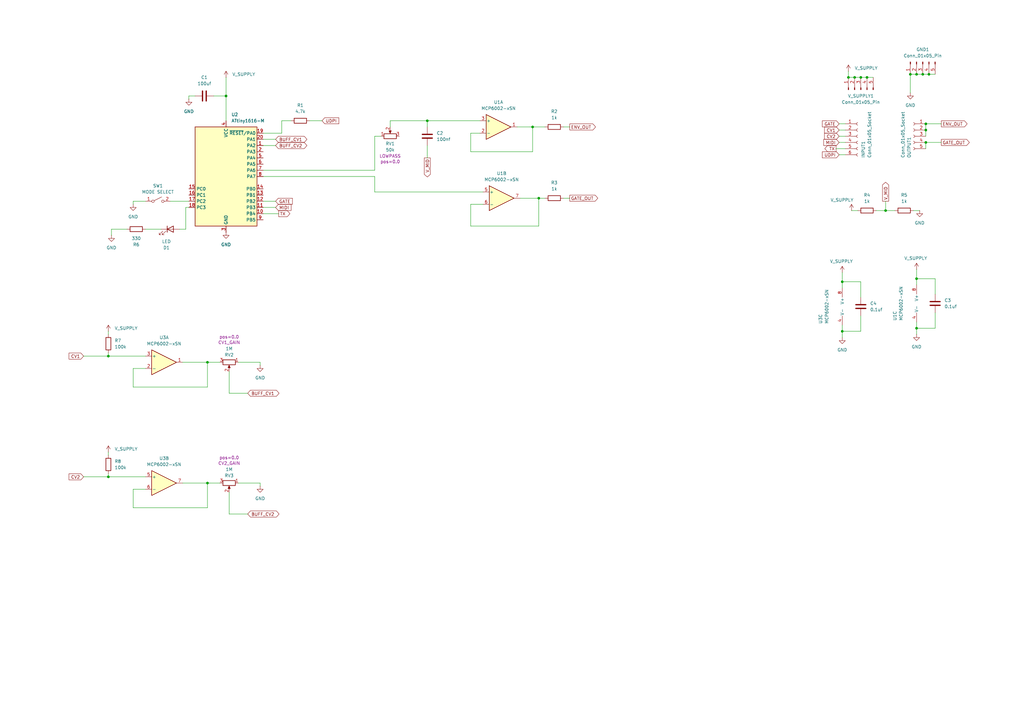
<source format=kicad_sch>
(kicad_sch (version 20231120) (generator "eeschema") (generator_version "8.0")
  (paper "A3")
  (lib_symbols
    (symbol "Amplifier_Operational:MCP6002-xSN" (pin_names (offset 0.127))
      (property "Reference" "U" (at 0 5.08 0))
      (property "Value" "MCP6002-xSN" (at 0 -5.08 0))
      (symbol "MCP6002-xSN_1_1"
        (polyline (pts (xy -5.08 5.08) (xy 5.08 0) (xy -5.08 -5.08) (xy -5.08 5.08)) (stroke (width 0.254)) (fill (type background)))
        (pin output line (at 7.62 0 180) (length 2.54) (name "~") (number "1"))
        (pin input line (at -7.62 -2.54 0) (length 2.54) (name "-") (number "2"))
        (pin input line (at -7.62 2.54 0) (length 2.54) (name "+") (number "3"))
      )
      (symbol "MCP6002-xSN_2_1"
        (polyline (pts (xy -5.08 5.08) (xy 5.08 0) (xy -5.08 -5.08) (xy -5.08 5.08)) (stroke (width 0.254)) (fill (type background)))
        (pin input line (at -7.62 2.54 0) (length 2.54) (name "+") (number "5"))
        (pin input line (at -7.62 -2.54 0) (length 2.54) (name "-") (number "6"))
        (pin output line (at 7.62 0 180) (length 2.54) (name "~") (number "7"))
      )
      (symbol "MCP6002-xSN_3_1"
        (pin power_in line (at -2.54 -7.62 90) (length 3.81) (name "V-") (number "4"))
        (pin power_in line (at -2.54 7.62 270) (length 3.81) (name "V+") (number "8"))
      )
    )
    (symbol "Connector:Conn_01x05_Pin" (pin_names (offset 1.016) hide)
      (property "Reference" "J" (at 0 7.62 0))
      (property "Value" "Conn_01x05_Pin" (at 0 -7.62 0))
      (symbol "Conn_01x05_Pin_1_1"
        (polyline (pts (xy 1.27 -5.08) (xy 0.8636 -5.08)) (stroke (width 0.1524)))
        (polyline (pts (xy 1.27 -2.54) (xy 0.8636 -2.54)) (stroke (width 0.1524)))
        (polyline (pts (xy 1.27 0) (xy 0.8636 0)) (stroke (width 0.1524)))
        (polyline (pts (xy 1.27 2.54) (xy 0.8636 2.54)) (stroke (width 0.1524)))
        (polyline (pts (xy 1.27 5.08) (xy 0.8636 5.08)) (stroke (width 0.1524)))
        (rectangle (start 0.8636 -4.953) (end 0 -5.207) (stroke (width 0.1524)) (fill (type outline)))
        (rectangle (start 0.8636 -2.413) (end 0 -2.667) (stroke (width 0.1524)) (fill (type outline)))
        (rectangle (start 0.8636 0.127) (end 0 -0.127) (stroke (width 0.1524)) (fill (type outline)))
        (rectangle (start 0.8636 2.667) (end 0 2.413) (stroke (width 0.1524)) (fill (type outline)))
        (rectangle (start 0.8636 5.207) (end 0 4.953) (stroke (width 0.1524)) (fill (type outline)))
        (pin passive line (at 5.08 5.08 180) (length 3.81) (name "Pin_1") (number "1"))
        (pin passive line (at 5.08 2.54 180) (length 3.81) (name "Pin_2") (number "2"))
        (pin passive line (at 5.08 0 180) (length 3.81) (name "Pin_3") (number "3"))
        (pin passive line (at 5.08 -2.54 180) (length 3.81) (name "Pin_4") (number "4"))
        (pin passive line (at 5.08 -5.08 180) (length 3.81) (name "Pin_5") (number "5"))
      )
    )
    (symbol "Connector:Conn_01x05_Socket" (pin_names (offset 1.016) hide)
      (property "Reference" "J" (at 0 7.62 0))
      (property "Value" "Conn_01x05_Socket" (at 0 -7.62 0))
      (symbol "Conn_01x05_Socket_1_1"
        (arc (start 0 -4.572) (mid -0.5058 -5.08) (end 0 -5.588) (stroke (width 0.1524)))
        (arc (start 0 -2.032) (mid -0.5058 -2.54) (end 0 -3.048) (stroke (width 0.1524)))
        (polyline (pts (xy -1.27 -5.08) (xy -0.508 -5.08)) (stroke (width 0.1524)))
        (polyline (pts (xy -1.27 -2.54) (xy -0.508 -2.54)) (stroke (width 0.1524)))
        (polyline (pts (xy -1.27 0) (xy -0.508 0)) (stroke (width 0.1524)))
        (polyline (pts (xy -1.27 2.54) (xy -0.508 2.54)) (stroke (width 0.1524)))
        (polyline (pts (xy -1.27 5.08) (xy -0.508 5.08)) (stroke (width 0.1524)))
        (arc (start 0 0.508) (mid -0.5058 0) (end 0 -0.508) (stroke (width 0.1524)))
        (arc (start 0 3.048) (mid -0.5058 2.54) (end 0 2.032) (stroke (width 0.1524)))
        (arc (start 0 5.588) (mid -0.5058 5.08) (end 0 4.572) (stroke (width 0.1524)))
        (pin passive line (at -5.08 5.08 0) (length 3.81) (name "Pin_1") (number "1"))
        (pin passive line (at -5.08 2.54 0) (length 3.81) (name "Pin_2") (number "2"))
        (pin passive line (at -5.08 0 0) (length 3.81) (name "Pin_3") (number "3"))
        (pin passive line (at -5.08 -2.54 0) (length 3.81) (name "Pin_4") (number "4"))
        (pin passive line (at -5.08 -5.08 0) (length 3.81) (name "Pin_5") (number "5"))
      )
    )
    (symbol "Connector:Conn_01x06_Socket" (pin_names (offset 1.016) hide)
      (property "Reference" "J" (at 0 7.62 0))
      (property "Value" "Conn_01x06_Socket" (at 0 -10.16 0))
      (symbol "Conn_01x06_Socket_1_1"
        (arc (start 0 -7.112) (mid -0.5058 -7.62) (end 0 -8.128) (stroke (width 0.1524)))
        (arc (start 0 -4.572) (mid -0.5058 -5.08) (end 0 -5.588) (stroke (width 0.1524)))
        (arc (start 0 -2.032) (mid -0.5058 -2.54) (end 0 -3.048) (stroke (width 0.1524)))
        (polyline (pts (xy -1.27 -7.62) (xy -0.508 -7.62)) (stroke (width 0.1524)))
        (polyline (pts (xy -1.27 -5.08) (xy -0.508 -5.08)) (stroke (width 0.1524)))
        (polyline (pts (xy -1.27 -2.54) (xy -0.508 -2.54)) (stroke (width 0.1524)))
        (polyline (pts (xy -1.27 0) (xy -0.508 0)) (stroke (width 0.1524)))
        (polyline (pts (xy -1.27 2.54) (xy -0.508 2.54)) (stroke (width 0.1524)))
        (polyline (pts (xy -1.27 5.08) (xy -0.508 5.08)) (stroke (width 0.1524)))
        (arc (start 0 0.508) (mid -0.5058 0) (end 0 -0.508) (stroke (width 0.1524)))
        (arc (start 0 3.048) (mid -0.5058 2.54) (end 0 2.032) (stroke (width 0.1524)))
        (arc (start 0 5.588) (mid -0.5058 5.08) (end 0 4.572) (stroke (width 0.1524)))
        (pin passive line (at -5.08 5.08 0) (length 3.81) (name "Pin_1") (number "1"))
        (pin passive line (at -5.08 2.54 0) (length 3.81) (name "Pin_2") (number "2"))
        (pin passive line (at -5.08 0 0) (length 3.81) (name "Pin_3") (number "3"))
        (pin passive line (at -5.08 -2.54 0) (length 3.81) (name "Pin_4") (number "4"))
        (pin passive line (at -5.08 -5.08 0) (length 3.81) (name "Pin_5") (number "5"))
        (pin passive line (at -5.08 -7.62 0) (length 3.81) (name "Pin_6") (number "6"))
      )
    )
    (symbol "Device:C" (pin_numbers hide) (pin_names (offset 0.254))
      (property "Reference" "C" (at 0.635 2.54 0))
      (property "Value" "C" (at 0.635 -2.54 0))
      (symbol "C_0_1"
        (polyline (pts (xy -2.032 -0.762) (xy 2.032 -0.762)) (stroke (width 0.508)))
        (polyline (pts (xy -2.032 0.762) (xy 2.032 0.762)) (stroke (width 0.508)))
      )
      (symbol "C_1_1"
        (pin passive line (at 0 3.81 270) (length 2.794) (name "~") (number "1"))
        (pin passive line (at 0 -3.81 90) (length 2.794) (name "~") (number "2"))
      )
    )
    (symbol "Device:LED" (pin_numbers hide) (pin_names (offset 1.016) hide)
      (property "Reference" "D" (at 0 2.54 0))
      (property "Value" "LED" (at 0 -2.54 0))
      (symbol "LED_0_1"
        (polyline (pts (xy -1.27 -1.27) (xy -1.27 1.27)) (stroke (width 0.254)))
        (polyline (pts (xy -1.27 0) (xy 1.27 0)))
        (polyline (pts (xy 1.27 -1.27) (xy 1.27 1.27) (xy -1.27 0) (xy 1.27 -1.27)) (stroke (width 0.254)))
        (polyline (pts (xy -3.048 -0.762) (xy -4.572 -2.286) (xy -3.81 -2.286) (xy -4.572 -2.286) (xy -4.572 -1.524)))
        (polyline (pts (xy -1.778 -0.762) (xy -3.302 -2.286) (xy -2.54 -2.286) (xy -3.302 -2.286) (xy -3.302 -1.524)))
      )
      (symbol "LED_1_1"
        (pin passive line (at -3.81 0 0) (length 2.54) (name "K") (number "1"))
        (pin passive line (at 3.81 0 180) (length 2.54) (name "A") (number "2"))
      )
    )
    (symbol "Device:R" (pin_numbers hide) (pin_names (offset 0))
      (property "Reference" "R" (at 2.032 0 90))
      (property "Value" "R" (at 0 0 90))
      (symbol "R_0_1"
        (rectangle (start -1.016 -2.54) (end 1.016 2.54) (stroke (width 0.254)))
      )
      (symbol "R_1_1"
        (pin passive line (at 0 3.81 270) (length 1.27) (name "~") (number "1"))
        (pin passive line (at 0 -3.81 90) (length 1.27) (name "~") (number "2"))
      )
    )
    (symbol "Device:R_Potentiometer" (pin_names (offset 1.016) hide)
      (property "Reference" "RV" (at -4.445 0 90))
      (property "Value" "R_Potentiometer" (at -2.54 0 90))
      (symbol "R_Potentiometer_0_1"
        (polyline (pts (xy 2.54 0) (xy 1.524 0)))
        (polyline (pts (xy 1.143 0) (xy 2.286 0.508) (xy 2.286 -0.508) (xy 1.143 0)) (fill (type outline)))
        (rectangle (start 1.016 2.54) (end -1.016 -2.54) (stroke (width 0.254)))
      )
      (symbol "R_Potentiometer_1_1"
        (pin passive line (at 0 3.81 270) (length 1.27) (name "1") (number "1"))
        (pin passive line (at 3.81 0 180) (length 1.27) (name "2") (number "2"))
        (pin passive line (at 0 -3.81 90) (length 1.27) (name "3") (number "3"))
      )
    )
    (symbol "MCU_Microchip_ATtiny:ATtiny1616-M"
      (property "Reference" "U" (at -12.7 21.59 0))
      (property "Value" "ATtiny1616-M" (at 2.54 -21.59 0))
      (symbol "ATtiny1616-M_0_1"
        (rectangle (start -12.7 -20.32) (end 12.7 20.32) (stroke (width 0.254)) (fill (type background)))
      )
      (symbol "ATtiny1616-M_1_1"
        (pin bidirectional line (at 15.24 12.7 180) (length 2.54) (name "PA2") (number "1"))
        (pin bidirectional line (at 15.24 -15.24 180) (length 2.54) (name "PB4") (number "10"))
        (pin bidirectional line (at 15.24 -12.7 180) (length 2.54) (name "PB3") (number "11"))
        (pin bidirectional line (at 15.24 -10.16 180) (length 2.54) (name "PB2") (number "12"))
        (pin bidirectional line (at 15.24 -7.62 180) (length 2.54) (name "PB1") (number "13"))
        (pin bidirectional line (at 15.24 -5.08 180) (length 2.54) (name "PB0") (number "14"))
        (pin bidirectional line (at -15.24 -5.08 0) (length 2.54) (name "PC0") (number "15"))
        (pin bidirectional line (at -15.24 -7.62 0) (length 2.54) (name "PC1") (number "16"))
        (pin bidirectional line (at -15.24 -10.16 0) (length 2.54) (name "PC2") (number "17"))
        (pin bidirectional line (at -15.24 -12.7 0) (length 2.54) (name "PC3") (number "18"))
        (pin bidirectional line (at 15.24 17.78 180) (length 2.54) (name "~{RESET}/PA0") (number "19"))
        (pin bidirectional line (at 15.24 10.16 180) (length 2.54) (name "PA3") (number "2"))
        (pin bidirectional line (at 15.24 15.24 180) (length 2.54) (name "PA1") (number "20"))
        (pin passive line (at 0 -22.86 90) (length 2.54) hide (name "GND") (number "21"))
        (pin power_in line (at 0 -22.86 90) (length 2.54) (name "GND") (number "3"))
        (pin power_in line (at 0 22.86 270) (length 2.54) (name "VCC") (number "4"))
        (pin bidirectional line (at 15.24 7.62 180) (length 2.54) (name "PA4") (number "5"))
        (pin bidirectional line (at 15.24 5.08 180) (length 2.54) (name "PA5") (number "6"))
        (pin bidirectional line (at 15.24 2.54 180) (length 2.54) (name "PA6") (number "7"))
        (pin bidirectional line (at 15.24 0 180) (length 2.54) (name "PA7") (number "8"))
        (pin bidirectional line (at 15.24 -17.78 180) (length 2.54) (name "PB5") (number "9"))
      )
    )
    (symbol "Switch:SW_SPST" (pin_names (offset 0) hide)
      (property "Reference" "SW" (at 0 3.175 0))
      (property "Value" "SW_SPST" (at 0 -2.54 0))
      (symbol "SW_SPST_0_0"
        (circle (center -2.032 0) (radius 0.508))
        (polyline (pts (xy -1.524 0.254) (xy 1.524 1.778)))
        (circle (center 2.032 0) (radius 0.508))
      )
      (symbol "SW_SPST_1_1"
        (pin passive line (at -5.08 0 0) (length 2.54) (name "A") (number "1"))
        (pin passive line (at 5.08 0 180) (length 2.54) (name "B") (number "2"))
      )
    )
    (symbol "power:+5V" (power) (pin_numbers hide) (pin_names (offset 0) hide)
      (property "Value" "+5V" (at 0 3.556 0))
      (symbol "+5V_0_1"
        (polyline (pts (xy -0.762 1.27) (xy 0 2.54)))
        (polyline (pts (xy 0 0) (xy 0 2.54)))
        (polyline (pts (xy 0 2.54) (xy 0.762 1.27)))
      )
      (symbol "+5V_1_1"
        (pin power_in line (at 0 0 90) (length 0) (name "~") (number "1"))
      )
    )
    (symbol "power:GND" (power) (pin_numbers hide) (pin_names (offset 0) hide)
      (property "Value" "GND" (at 0 -3.81 0))
      (symbol "GND_0_1"
        (polyline (pts (xy 0 0) (xy 0 -1.27) (xy 1.27 -1.27) (xy 0 -2.54) (xy -1.27 -1.27) (xy 0 -1.27)))
      )
      (symbol "GND_1_1"
        (pin power_in line (at 0 0 270) (length 0) (name "~") (number "1"))
      )
    )
  )
  (junction (at 175.26 49.53))
  (junction (at 350.52 31.75))
  (junction (at 85.09 148.59))
  (junction (at 345.44 115.57))
  (junction (at 375.92 30.48))
  (junction (at 375.92 114.3))
  (junction (at 347.98 31.75))
  (junction (at 379.73 53.34))
  (junction (at 355.6 31.75))
  (junction (at 381 30.48))
  (junction (at 363.22 86.36))
  (junction (at 379.73 58.42))
  (junction (at 378.46 30.48))
  (junction (at 375.92 134.62))
  (junction (at 85.09 198.12))
  (junction (at 44.45 146.05))
  (junction (at 218.44 52.07))
  (junction (at 353.06 31.75))
  (junction (at 345.44 135.89))
  (junction (at 44.45 195.58))
  (junction (at 220.98 81.28))
  (junction (at 373.38 30.48))
  (junction (at 379.73 50.8))
  (junction (at 92.71 39.37))
  (wire (pts (xy 107.95 82.55) (xy 113.03 82.55)))
  (wire (pts (xy 379.73 53.34) (xy 379.73 55.88)))
  (wire (pts (xy 107.95 72.39) (xy 153.67 72.39)))
  (wire (pts (xy 93.98 152.4) (xy 93.98 161.29)))
  (wire (pts (xy 85.09 148.59) (xy 90.17 148.59)))
  (wire (pts (xy 77.47 39.37) (xy 77.47 40.64)))
  (wire (pts (xy 383.54 134.62) (xy 375.92 134.62)))
  (wire (pts (xy 375.92 110.49) (xy 375.92 114.3)))
  (wire (pts (xy 383.54 114.3) (xy 375.92 114.3)))
  (wire (pts (xy 54.61 200.66) (xy 59.69 200.66)))
  (wire (pts (xy 44.45 195.58) (xy 59.69 195.58)))
  (wire (pts (xy 69.85 82.55) (xy 77.47 82.55)))
  (wire (pts (xy 193.04 83.82) (xy 198.12 83.82)))
  (wire (pts (xy 193.04 54.61) (xy 196.85 54.61)))
  (wire (pts (xy 342.9 60.96) (xy 346.71 60.96)))
  (wire (pts (xy 355.6 31.75) (xy 358.14 31.75)))
  (wire (pts (xy 212.09 52.07) (xy 218.44 52.07)))
  (wire (pts (xy 353.06 129.54) (xy 353.06 135.89)))
  (wire (pts (xy 76.2 85.09) (xy 77.47 85.09)))
  (wire (pts (xy 73.66 93.98) (xy 76.2 93.98)))
  (wire (pts (xy 220.98 92.71) (xy 193.04 92.71)))
  (wire (pts (xy 54.61 208.28) (xy 54.61 200.66)))
  (wire (pts (xy 44.45 135.89) (xy 44.45 137.16)))
  (wire (pts (xy 115.57 49.53) (xy 115.57 54.61)))
  (wire (pts (xy 347.98 31.75) (xy 350.52 31.75)))
  (wire (pts (xy 193.04 92.71) (xy 193.04 83.82)))
  (wire (pts (xy 132.08 49.53) (xy 127 49.53)))
  (wire (pts (xy 106.68 149.86) (xy 106.68 148.59)))
  (wire (pts (xy 383.54 128.27) (xy 383.54 134.62)))
  (wire (pts (xy 223.52 81.28) (xy 220.98 81.28)))
  (wire (pts (xy 93.98 161.29) (xy 101.6 161.29)))
  (wire (pts (xy 85.09 198.12) (xy 90.17 198.12)))
  (wire (pts (xy 45.72 93.98) (xy 45.72 96.52)))
  (wire (pts (xy 218.44 52.07) (xy 223.52 52.07)))
  (wire (pts (xy 344.17 63.5) (xy 346.71 63.5)))
  (wire (pts (xy 115.57 54.61) (xy 107.95 54.61)))
  (wire (pts (xy 107.95 85.09) (xy 113.03 85.09)))
  (wire (pts (xy 381 30.48) (xy 383.54 30.48)))
  (wire (pts (xy 345.44 111.76) (xy 345.44 115.57)))
  (wire (pts (xy 363.22 82.55) (xy 363.22 86.36)))
  (wire (pts (xy 363.22 86.36) (xy 367.03 86.36)))
  (wire (pts (xy 34.29 195.58) (xy 44.45 195.58)))
  (wire (pts (xy 353.06 135.89) (xy 345.44 135.89)))
  (wire (pts (xy 153.67 69.85) (xy 107.95 69.85)))
  (wire (pts (xy 344.17 55.88) (xy 346.71 55.88)))
  (wire (pts (xy 66.04 93.98) (xy 59.69 93.98)))
  (wire (pts (xy 92.71 39.37) (xy 92.71 49.53)))
  (wire (pts (xy 353.06 31.75) (xy 355.6 31.75)))
  (wire (pts (xy 107.95 57.15) (xy 113.03 57.15)))
  (wire (pts (xy 373.38 30.48) (xy 375.92 30.48)))
  (wire (pts (xy 231.14 52.07) (xy 233.68 52.07)))
  (wire (pts (xy 377.19 86.36) (xy 374.65 86.36)))
  (wire (pts (xy 93.98 210.82) (xy 101.6 210.82)))
  (wire (pts (xy 213.36 81.28) (xy 220.98 81.28)))
  (wire (pts (xy 373.38 30.48) (xy 373.38 38.1)))
  (wire (pts (xy 349.25 86.36) (xy 351.79 86.36)))
  (wire (pts (xy 44.45 146.05) (xy 59.69 146.05)))
  (wire (pts (xy 353.06 121.92) (xy 353.06 115.57)))
  (wire (pts (xy 347.98 31.75) (xy 347.98 29.21)))
  (wire (pts (xy 153.67 55.88) (xy 156.21 55.88)))
  (wire (pts (xy 85.09 148.59) (xy 85.09 158.75)))
  (wire (pts (xy 175.26 59.69) (xy 175.26 64.77)))
  (wire (pts (xy 383.54 120.65) (xy 383.54 114.3)))
  (wire (pts (xy 106.68 199.39) (xy 106.68 198.12)))
  (wire (pts (xy 74.93 198.12) (xy 85.09 198.12)))
  (wire (pts (xy 231.14 81.28) (xy 233.68 81.28)))
  (wire (pts (xy 220.98 81.28) (xy 220.98 92.71)))
  (wire (pts (xy 375.92 134.62) (xy 375.92 132.08)))
  (wire (pts (xy 378.46 30.48) (xy 381 30.48)))
  (wire (pts (xy 175.26 49.53) (xy 175.26 52.07)))
  (wire (pts (xy 344.17 50.8) (xy 346.71 50.8)))
  (wire (pts (xy 74.93 148.59) (xy 85.09 148.59)))
  (wire (pts (xy 160.02 49.53) (xy 175.26 49.53)))
  (wire (pts (xy 97.79 198.12) (xy 106.68 198.12)))
  (wire (pts (xy 375.92 137.16) (xy 375.92 134.62)))
  (wire (pts (xy 107.95 87.63) (xy 114.3 87.63)))
  (wire (pts (xy 85.09 198.12) (xy 85.09 208.28)))
  (wire (pts (xy 54.61 158.75) (xy 54.61 151.13)))
  (wire (pts (xy 153.67 72.39) (xy 153.67 78.74)))
  (wire (pts (xy 375.92 114.3) (xy 375.92 116.84)))
  (wire (pts (xy 92.71 31.75) (xy 92.71 39.37)))
  (wire (pts (xy 379.73 58.42) (xy 379.73 60.96)))
  (wire (pts (xy 80.01 39.37) (xy 77.47 39.37)))
  (wire (pts (xy 87.63 39.37) (xy 92.71 39.37)))
  (wire (pts (xy 193.04 62.23) (xy 193.04 54.61)))
  (wire (pts (xy 76.2 93.98) (xy 76.2 85.09)))
  (wire (pts (xy 353.06 115.57) (xy 345.44 115.57)))
  (wire (pts (xy 44.45 194.31) (xy 44.45 195.58)))
  (wire (pts (xy 85.09 158.75) (xy 54.61 158.75)))
  (wire (pts (xy 345.44 135.89) (xy 345.44 133.35)))
  (wire (pts (xy 350.52 31.75) (xy 353.06 31.75)))
  (wire (pts (xy 379.73 58.42) (xy 386.08 58.42)))
  (wire (pts (xy 153.67 78.74) (xy 198.12 78.74)))
  (wire (pts (xy 52.07 93.98) (xy 45.72 93.98)))
  (wire (pts (xy 44.45 144.78) (xy 44.45 146.05)))
  (wire (pts (xy 59.69 82.55) (xy 54.61 82.55)))
  (wire (pts (xy 359.41 86.36) (xy 363.22 86.36)))
  (wire (pts (xy 218.44 62.23) (xy 193.04 62.23)))
  (wire (pts (xy 54.61 151.13) (xy 59.69 151.13)))
  (wire (pts (xy 345.44 115.57) (xy 345.44 118.11)))
  (wire (pts (xy 93.98 201.93) (xy 93.98 210.82)))
  (wire (pts (xy 344.17 53.34) (xy 346.71 53.34)))
  (wire (pts (xy 379.73 50.8) (xy 379.73 53.34)))
  (wire (pts (xy 44.45 185.42) (xy 44.45 186.69)))
  (wire (pts (xy 218.44 52.07) (xy 218.44 62.23)))
  (wire (pts (xy 54.61 82.55) (xy 54.61 83.82)))
  (wire (pts (xy 153.67 55.88) (xy 153.67 69.85)))
  (wire (pts (xy 34.29 146.05) (xy 44.45 146.05)))
  (wire (pts (xy 175.26 49.53) (xy 196.85 49.53)))
  (wire (pts (xy 97.79 148.59) (xy 106.68 148.59)))
  (wire (pts (xy 379.73 50.8) (xy 386.08 50.8)))
  (wire (pts (xy 344.17 58.42) (xy 346.71 58.42)))
  (wire (pts (xy 119.38 49.53) (xy 115.57 49.53)))
  (wire (pts (xy 107.95 59.69) (xy 113.03 59.69)))
  (wire (pts (xy 345.44 138.43) (xy 345.44 135.89)))
  (wire (pts (xy 85.09 208.28) (xy 54.61 208.28)))
  (wire (pts (xy 160.02 52.07) (xy 160.02 49.53)))
  (wire (pts (xy 375.92 30.48) (xy 378.46 30.48)))
  (global_label "CV1" (shape input) (at 344.17 53.34 180) (property "Intersheetrefs" "${INTERSHEET_REFS}" (effects (hide yes))))
  (global_label "BUFF_CV1" (shape bidirectional) (at 113.03 57.15 0) (property "Intersheetrefs" "${INTERSHEET_REFS}" (effects (hide yes))))
  (global_label "CV2" (shape input) (at 34.29 195.58 180) (property "Intersheetrefs" "${INTERSHEET_REFS}" (effects (hide yes))))
  (global_label "MIDI" (shape input) (at 344.17 58.42 180) (property "Intersheetrefs" "${INTERSHEET_REFS}" (effects (hide yes))))
  (global_label "BUFF_CV2" (shape bidirectional) (at 113.03 59.69 0) (property "Intersheetrefs" "${INTERSHEET_REFS}" (effects (hide yes))))
  (global_label "CV1" (shape input) (at 34.29 146.05 180) (property "Intersheetrefs" "${INTERSHEET_REFS}" (effects (hide yes))))
  (global_label "GATE_OUT" (shape output) (at 386.08 58.42 0) (property "Intersheetrefs" "${INTERSHEET_REFS}" (effects (hide yes))))
  (global_label "BUFF_CV2" (shape bidirectional) (at 101.6 210.82 0) (property "Intersheetrefs" "${INTERSHEET_REFS}" (effects (hide yes))))
  (global_label "UDPI" (shape input) (at 344.17 63.5 180) (property "Intersheetrefs" "${INTERSHEET_REFS}" (effects (hide yes))))
  (global_label "ENV_OUT" (shape output) (at 233.68 52.07 0) (property "Intersheetrefs" "${INTERSHEET_REFS}" (effects (hide yes))))
  (global_label "ENV_OUT" (shape output) (at 386.08 50.8 0) (property "Intersheetrefs" "${INTERSHEET_REFS}" (effects (hide yes))))
  (global_label "MIDI" (shape input) (at 113.03 85.09 0) (property "Intersheetrefs" "${INTERSHEET_REFS}" (effects (hide yes))))
  (global_label "GATE" (shape input) (at 113.03 82.55 0) (property "Intersheetrefs" "${INTERSHEET_REFS}" (effects (hide yes))))
  (global_label "V_MID" (shape output) (at 175.26 64.77 270) (property "Intersheetrefs" "${INTERSHEET_REFS}" (effects (hide yes))))
  (global_label "GATE_OUT" (shape output) (at 233.68 81.28 0) (property "Intersheetrefs" "${INTERSHEET_REFS}" (effects (hide yes))))
  (global_label "BUFF_CV1" (shape bidirectional) (at 101.6 161.29 0) (property "Intersheetrefs" "${INTERSHEET_REFS}" (effects (hide yes))))
  (global_label "TX" (shape output) (at 114.3 87.63 0) (property "Intersheetrefs" "${INTERSHEET_REFS}" (effects (hide yes))))
  (global_label "UDPI" (shape input) (at 132.08 49.53 0) (property "Intersheetrefs" "${INTERSHEET_REFS}" (effects (hide yes))))
  (global_label "V_MID" (shape output) (at 363.22 82.55 90) (property "Intersheetrefs" "${INTERSHEET_REFS}" (effects (hide yes))))
  (global_label "GATE" (shape input) (at 344.17 50.8 180) (property "Intersheetrefs" "${INTERSHEET_REFS}" (effects (hide yes))))
  (global_label "TX" (shape output) (at 342.9 60.96 180) (property "Intersheetrefs" "${INTERSHEET_REFS}" (effects (hide yes))))
  (global_label "CV2" (shape input) (at 344.17 55.88 180) (property "Intersheetrefs" "${INTERSHEET_REFS}" (effects (hide yes))))
  (symbol (lib_id "Device:R_Potentiometer") (at 93.98 198.12 270) (unit 1)
    (property "Reference" "RV3" (at 93.98 195.072 90))
    (property "Value" "1M" (at 93.98 192.532 90))
    (property "Footprint" "BreadModular_Pots:Potentiometer_RV09" (effects (hide yes)))
    (property "Description" "Potentiometer" (effects (hide yes)))
    (property "Sim.Device" "R" (effects (hide yes)))
    (property "Sim.Type" "POT" (effects (hide yes)))
    (property "Sim.Pins" "1=r0 2=wiper 3=r1" (effects (hide yes)))
    (property "Sim.Params" "pos=0.0" (at 93.98 187.706 90))
    (property "Comment" "CV2_GAIN" (at 93.98 189.992 90))
  )
  (symbol (lib_id "power:GND") (at 106.68 149.86 0) (unit 1)
    (property "Reference" "#PWR015" (effects (hide yes)))
    (property "Value" "GND" (at 106.68 154.94 0))
    (property "Description" "Power symbol creates a global label with name \"GND\" , ground" (effects (hide yes)))
  )
  (symbol (lib_id "Device:R") (at 355.6 86.36 90) (unit 1)
    (property "Reference" "R4" (at 355.6 80.01 90))
    (property "Value" "1k" (at 355.6 82.55 90))
    (property "Footprint" "Resistor_SMD:R_0402_1005Metric" (effects (hide yes)))
    (property "Description" "Resistor" (effects (hide yes)))
  )
  (symbol (lib_id "Amplifier_Operational:MCP6002-xSN") (at 205.74 81.28 0) (unit 2)
    (property "Reference" "U1" (at 205.74 71.12 0))
    (property "Value" "MCP6002-xSN" (at 205.74 73.66 0))
    (property "Footprint" "Package_SO:SOIC-8-1EP_3.9x4.9mm_P1.27mm_EP2.29x3mm" (effects (hide yes)))
    (property "Datasheet" "http://ww1.microchip.com/downloads/en/DeviceDoc/21733j.pdf" (effects (hide yes)))
    (property "Description" "1MHz, Low-Power Op Amp, SOIC-8" (effects (hide yes)))
    (property "Sim.Library" "${KICAD8_SYMBOL_DIR}/Simulation_SPICE.sp" (effects (hide yes)))
    (property "Sim.Name" "kicad_builtin_opamp_dual" (effects (hide yes)))
    (property "Sim.Device" "SUBCKT" (effects (hide yes)))
    (property "Sim.Pins" "1=out1 2=in1- 3=in1+ 4=vee 5=in2+ 6=in2- 7=out2 8=vcc" (effects (hide yes)))
  )
  (symbol (lib_id "power:GND") (at 54.61 83.82 0) (unit 1)
    (property "Reference" "#PWR05" (effects (hide yes)))
    (property "Value" "GND" (at 54.61 88.9 0))
    (property "Description" "Power symbol creates a global label with name \"GND\" , ground" (effects (hide yes)))
  )
  (symbol (lib_id "power:+5V") (at 345.44 111.76 0) (unit 1)
    (property "Reference" "#PWR011" (effects (hide yes)))
    (property "Value" "V_SUPPLY" (at 340.36 107.188 0) (effects (justify left)))
    (property "Description" "Power symbol creates a global label with name \"+5V\"" (effects (hide yes)))
  )
  (symbol (lib_id "Device:C") (at 353.06 125.73 0) (unit 1)
    (property "Reference" "C4" (at 356.87 124.4599 0) (effects (justify left)))
    (property "Value" "0.1uf" (at 356.87 126.9999 0) (effects (justify left)))
    (property "Footprint" "Capacitor_SMD:C_0402_1005Metric" (effects (hide yes)))
    (property "Description" "Unpolarized capacitor" (effects (hide yes)))
  )
  (symbol (lib_id "Connector:Conn_01x05_Pin") (at 353.06 36.83 90) (unit 1) (exclude_from_sim yes)
    (property "Reference" "V_SUPPLY1" (at 353.06 39.37 90))
    (property "Value" "Conn_01x05_Pin" (at 353.06 41.91 90))
    (property "Footprint" "BreadModular_MISC:Power_Connector" (effects (hide yes)))
    (property "Description" "Generic connector, single row, 01x05, script generated" (effects (hide yes)))
  )
  (symbol (lib_id "Device:R") (at 55.88 93.98 270) (unit 1)
    (property "Reference" "R6" (at 55.88 100.33 90))
    (property "Value" "330" (at 55.88 97.79 90))
    (property "Footprint" "Resistor_SMD:R_0402_1005Metric" (effects (hide yes)))
    (property "Description" "Resistor" (effects (hide yes)))
  )
  (symbol (lib_id "Device:C") (at 175.26 55.88 180) (unit 1)
    (property "Reference" "C2" (at 179.07 54.6099 0) (effects (justify right)))
    (property "Value" "100nf" (at 179.07 57.1499 0) (effects (justify right)))
    (property "Footprint" "Capacitor_SMD:C_0402_1005Metric" (effects (hide yes)))
    (property "Description" "Unpolarized capacitor" (effects (hide yes)))
  )
  (symbol (lib_id "power:+5V") (at 44.45 185.42 0) (unit 1)
    (property "Reference" "#PWR017" (effects (hide yes)))
    (property "Value" "V_SUPPLY" (at 46.99 184.1499 0) (effects (justify left)))
    (property "Description" "Power symbol creates a global label with name \"+5V\"" (effects (hide yes)))
  )
  (symbol (lib_id "Device:R") (at 44.45 190.5 0) (unit 1)
    (property "Reference" "R8" (at 46.99 189.2299 0) (effects (justify left)))
    (property "Value" "100k" (at 46.99 191.7699 0) (effects (justify left)))
    (property "Footprint" "Resistor_SMD:R_0402_1005Metric" (effects (hide yes)))
    (property "Description" "Resistor" (effects (hide yes)))
  )
  (symbol (lib_id "power:+5V") (at 347.98 29.21 0) (unit 1)
    (property "Reference" "#PWR01" (effects (hide yes)))
    (property "Value" "V_SUPPLY" (at 350.52 27.9399 0) (effects (justify left)))
    (property "Description" "Power symbol creates a global label with name \"+5V\"" (effects (hide yes)))
  )
  (symbol (lib_id "power:GND") (at 373.38 38.1 0) (unit 1)
    (property "Reference" "#PWR03" (effects (hide yes)))
    (property "Value" "GND" (at 373.38 43.18 0))
    (property "Description" "Power symbol creates a global label with name \"GND\" , ground" (effects (hide yes)))
  )
  (symbol (lib_id "Device:R_Potentiometer") (at 160.02 55.88 90) (unit 1)
    (property "Reference" "RV1" (at 160.02 58.928 90))
    (property "Value" "50k" (at 160.02 61.468 90))
    (property "Footprint" "BreadModular_Pots:Potentiometer_RV09" (effects (hide yes)))
    (property "Description" "Potentiometer" (effects (hide yes)))
    (property "Sim.Device" "R" (effects (hide yes)))
    (property "Sim.Type" "POT" (effects (hide yes)))
    (property "Sim.Pins" "1=r0 2=wiper 3=r1" (effects (hide yes)))
    (property "Sim.Params" "pos=0.0" (at 160.02 66.294 90))
    (property "Comment" "LOWPASS" (at 160.02 64.008 90))
  )
  (symbol (lib_id "Device:C") (at 83.82 39.37 90) (unit 1)
    (property "Reference" "C1" (at 83.82 31.75 90))
    (property "Value" "100uf" (at 83.82 34.29 90))
    (property "Footprint" "Capacitor_SMD:C_1206_3216Metric" (effects (hide yes)))
    (property "Description" "Unpolarized capacitor" (effects (hide yes)))
  )
  (symbol (lib_id "MCU_Microchip_ATtiny:ATtiny1616-M") (at 92.71 72.39 0) (unit 1)
    (property "Reference" "U2" (at 94.9041 46.99 0) (effects (justify left)))
    (property "Value" "ATtiny1616-M" (at 94.9041 49.53 0) (effects (justify left)))
    (property "Footprint" "Package_DFN_QFN:VQFN-20-1EP_3x3mm_P0.4mm_EP1.7x1.7mm" (effects (hide yes)))
    (property "Datasheet" "http://ww1.microchip.com/downloads/en/DeviceDoc/ATtiny3216_ATtiny1616-data-sheet-40001997B.pdf" (effects (hide yes)))
    (property "Description" "20MHz, 16kB Flash, 2kB SRAM, 256B EEPROM, VQFN-20" (effects (hide yes)))
  )
  (symbol (lib_id "Amplifier_Operational:MCP6002-xSN") (at 67.31 198.12 0) (unit 2)
    (property "Reference" "U3" (at 67.31 187.96 0))
    (property "Value" "MCP6002-xSN" (at 67.31 190.5 0))
    (property "Footprint" "Package_SO:SOIC-8-1EP_3.9x4.9mm_P1.27mm_EP2.29x3mm" (effects (hide yes)))
    (property "Datasheet" "http://ww1.microchip.com/downloads/en/DeviceDoc/21733j.pdf" (effects (hide yes)))
    (property "Description" "1MHz, Low-Power Op Amp, SOIC-8" (effects (hide yes)))
    (property "Sim.Library" "${KICAD8_SYMBOL_DIR}/Simulation_SPICE.sp" (effects (hide yes)))
    (property "Sim.Name" "kicad_builtin_opamp_dual" (effects (hide yes)))
    (property "Sim.Device" "SUBCKT" (effects (hide yes)))
    (property "Sim.Pins" "1=out1 2=in1- 3=in1+ 4=vee 5=in2+ 6=in2- 7=out2 8=vcc" (effects (hide yes)))
  )
  (symbol (lib_id "Device:R") (at 123.19 49.53 90) (unit 1)
    (property "Reference" "R1" (at 123.19 43.18 90))
    (property "Value" "4.7k" (at 123.19 45.72 90))
    (property "Footprint" "Resistor_SMD:R_0402_1005Metric" (effects (hide yes)))
    (property "Description" "Resistor" (effects (hide yes)))
  )
  (symbol (lib_id "power:GND") (at 92.71 95.25 0) (unit 1)
    (property "Reference" "#PWR08" (effects (hide yes)))
    (property "Value" "GND" (at 92.71 100.33 0))
    (property "Description" "Power symbol creates a global label with name \"GND\" , ground" (effects (hide yes)))
  )
  (symbol (lib_id "Switch:SW_SPST") (at 64.77 82.55 0) (unit 1)
    (property "Reference" "SW1" (at 64.77 76.2 0))
    (property "Value" "MODE SELECT" (at 64.77 78.74 0))
    (property "Footprint" "BreadModular_MISC:SPST_TS-1187A-B-A-B" (effects (hide yes)))
    (property "Description" "Single Pole Single Throw (SPST) switch" (effects (hide yes)))
  )
  (symbol (lib_id "Device:LED") (at 69.85 93.98 0) (unit 1)
    (property "Reference" "D1" (at 68.2625 101.6 0))
    (property "Value" "LED" (at 68.2625 99.06 0))
    (property "Footprint" "LED_SMD:LED_0603_1608Metric" (effects (hide yes)))
    (property "Description" "Light emitting diode" (effects (hide yes)))
  )
  (symbol (lib_id "Device:R_Potentiometer") (at 93.98 148.59 270) (unit 1)
    (property "Reference" "RV2" (at 93.98 145.542 90))
    (property "Value" "1M" (at 93.98 143.002 90))
    (property "Footprint" "BreadModular_Pots:Potentiometer_RV09" (effects (hide yes)))
    (property "Description" "Potentiometer" (effects (hide yes)))
    (property "Sim.Device" "R" (effects (hide yes)))
    (property "Sim.Type" "POT" (effects (hide yes)))
    (property "Sim.Pins" "1=r0 2=wiper 3=r1" (effects (hide yes)))
    (property "Sim.Params" "pos=0.0" (at 93.98 138.176 90))
    (property "Comment" "CV1_GAIN" (at 93.98 140.462 90))
  )
  (symbol (lib_id "power:GND") (at 45.72 96.52 0) (unit 1)
    (property "Reference" "#PWR09" (effects (hide yes)))
    (property "Value" "GND" (at 45.72 101.6 0))
    (property "Description" "Power symbol creates a global label with name \"GND\" , ground" (effects (hide yes)))
  )
  (symbol (lib_id "power:GND") (at 375.92 137.16 0) (unit 1)
    (property "Reference" "#PWR012" (effects (hide yes)))
    (property "Value" "GND" (at 375.92 142.24 0))
    (property "Description" "Power symbol creates a global label with name \"GND\" , ground" (effects (hide yes)))
  )
  (symbol (lib_id "power:GND") (at 77.47 40.64 0) (unit 1)
    (property "Reference" "#PWR04" (effects (hide yes)))
    (property "Value" "GND" (at 77.47 45.72 0))
    (property "Description" "Power symbol creates a global label with name \"GND\" , ground" (effects (hide yes)))
  )
  (symbol (lib_id "Device:R") (at 227.33 81.28 90) (unit 1)
    (property "Reference" "R3" (at 227.33 74.93 90))
    (property "Value" "1k" (at 227.33 77.47 90))
    (property "Footprint" "Resistor_SMD:R_0402_1005Metric" (effects (hide yes)))
    (property "Description" "Resistor" (effects (hide yes)))
  )
  (symbol (lib_id "power:+5V") (at 375.92 110.49 0) (unit 1)
    (property "Reference" "#PWR010" (effects (hide yes)))
    (property "Value" "V_SUPPLY" (at 370.84 105.918 0) (effects (justify left)))
    (property "Description" "Power symbol creates a global label with name \"+5V\"" (effects (hide yes)))
  )
  (symbol (lib_id "Connector:Conn_01x05_Socket") (at 374.65 55.88 0) (mirror y) (unit 1) (exclude_from_sim yes)
    (property "Reference" "OUTPUT1" (at 372.872 64.77 90) (effects (justify left)))
    (property "Value" "Conn_01x05_Socket" (at 370.332 64.77 90) (effects (justify left)))
    (property "Footprint" "Connector_PinSocket_2.54mm:PinSocket_1x05_P2.54mm_Vertical" (effects (hide yes)))
    (property "Description" "Generic connector, single row, 01x05, script generated" (effects (hide yes)))
  )
  (symbol (lib_id "Device:R") (at 44.45 140.97 0) (unit 1)
    (property "Reference" "R7" (at 46.99 139.6999 0) (effects (justify left)))
    (property "Value" "100k" (at 46.99 142.2399 0) (effects (justify left)))
    (property "Footprint" "Resistor_SMD:R_0402_1005Metric" (effects (hide yes)))
    (property "Description" "Resistor" (effects (hide yes)))
  )
  (symbol (lib_id "Device:C") (at 383.54 124.46 0) (unit 1)
    (property "Reference" "C3" (at 387.35 123.1899 0) (effects (justify left)))
    (property "Value" "0.1uf" (at 387.35 125.7299 0) (effects (justify left)))
    (property "Footprint" "Capacitor_SMD:C_0402_1005Metric" (effects (hide yes)))
    (property "Description" "Unpolarized capacitor" (effects (hide yes)))
  )
  (symbol (lib_id "Amplifier_Operational:MCP6002-xSN") (at 67.31 148.59 0) (unit 1)
    (property "Reference" "U3" (at 67.31 138.43 0))
    (property "Value" "MCP6002-xSN" (at 67.31 140.97 0))
    (property "Footprint" "Package_SO:SOIC-8-1EP_3.9x4.9mm_P1.27mm_EP2.29x3mm" (effects (hide yes)))
    (property "Datasheet" "http://ww1.microchip.com/downloads/en/DeviceDoc/21733j.pdf" (effects (hide yes)))
    (property "Description" "1MHz, Low-Power Op Amp, SOIC-8" (effects (hide yes)))
    (property "Sim.Library" "${KICAD8_SYMBOL_DIR}/Simulation_SPICE.sp" (effects (hide yes)))
    (property "Sim.Name" "kicad_builtin_opamp_dual" (effects (hide yes)))
    (property "Sim.Device" "SUBCKT" (effects (hide yes)))
    (property "Sim.Pins" "1=out1 2=in1- 3=in1+ 4=vee 5=in2+ 6=in2- 7=out2 8=vcc" (effects (hide yes)))
  )
  (symbol (lib_id "power:GND") (at 377.19 86.36 0) (unit 1)
    (property "Reference" "#PWR07" (effects (hide yes)))
    (property "Value" "GND" (at 377.19 91.44 0))
    (property "Description" "Power symbol creates a global label with name \"GND\" , ground" (effects (hide yes)))
  )
  (symbol (lib_id "power:GND") (at 106.68 199.39 0) (unit 1)
    (property "Reference" "#PWR020" (effects (hide yes)))
    (property "Value" "GND" (at 106.68 204.47 0))
    (property "Description" "Power symbol creates a global label with name \"GND\" , ground" (effects (hide yes)))
  )
  (symbol (lib_id "Amplifier_Operational:MCP6002-xSN") (at 347.98 125.73 0) (unit 3)
    (property "Reference" "U3" (at 336.55 132.842 90) (effects (justify left)))
    (property "Value" "MCP6002-xSN" (at 339.09 132.842 90) (effects (justify left)))
    (property "Footprint" "Package_SO:SOIC-8-1EP_3.9x4.9mm_P1.27mm_EP2.29x3mm" (effects (hide yes)))
    (property "Datasheet" "http://ww1.microchip.com/downloads/en/DeviceDoc/21733j.pdf" (effects (hide yes)))
    (property "Description" "1MHz, Low-Power Op Amp, SOIC-8" (effects (hide yes)))
    (property "Sim.Library" "${KICAD8_SYMBOL_DIR}/Simulation_SPICE.sp" (effects (hide yes)))
    (property "Sim.Name" "kicad_builtin_opamp_dual" (effects (hide yes)))
    (property "Sim.Device" "SUBCKT" (effects (hide yes)))
    (property "Sim.Pins" "1=out1 2=in1- 3=in1+ 4=vee 5=in2+ 6=in2- 7=out2 8=vcc" (effects (hide yes)))
  )
  (symbol (lib_id "Device:R") (at 227.33 52.07 90) (unit 1)
    (property "Reference" "R2" (at 227.33 45.72 90))
    (property "Value" "1k" (at 227.33 48.26 90))
    (property "Footprint" "Resistor_SMD:R_0402_1005Metric" (effects (hide yes)))
    (property "Description" "Resistor" (effects (hide yes)))
  )
  (symbol (lib_id "Device:R") (at 370.84 86.36 90) (unit 1)
    (property "Reference" "R5" (at 370.84 80.01 90))
    (property "Value" "1k" (at 370.84 82.55 90))
    (property "Footprint" "Resistor_SMD:R_0402_1005Metric" (effects (hide yes)))
    (property "Description" "Resistor" (effects (hide yes)))
  )
  (symbol (lib_id "Connector:Conn_01x06_Socket") (at 351.79 55.88 0) (unit 1)
    (property "Reference" "INPUT1" (at 354.076 64.77 90) (effects (justify left)))
    (property "Value" "Conn_01x05_Socket" (at 356.616 64.77 90) (effects (justify left)))
    (property "Footprint" "Connector_PinSocket_2.54mm:PinSocket_1x06_P2.54mm_Vertical" (effects (hide yes)))
    (property "Description" "Generic connector, single row, 01x06, script generated" (effects (hide yes)))
  )
  (symbol (lib_id "power:+5V") (at 92.71 31.75 0) (unit 1)
    (property "Reference" "#PWR02" (effects (hide yes)))
    (property "Value" "V_SUPPLY" (at 95.25 30.4799 0) (effects (justify left)))
    (property "Description" "Power symbol creates a global label with name \"+5V\"" (effects (hide yes)))
  )
  (symbol (lib_id "power:GND") (at 345.44 138.43 0) (unit 1)
    (property "Reference" "#PWR013" (effects (hide yes)))
    (property "Value" "GND" (at 345.44 143.51 0))
    (property "Description" "Power symbol creates a global label with name \"GND\" , ground" (effects (hide yes)))
  )
  (symbol (lib_id "power:+5V") (at 44.45 135.89 0) (unit 1)
    (property "Reference" "#PWR014" (effects (hide yes)))
    (property "Value" "V_SUPPLY" (at 46.99 134.6199 0) (effects (justify left)))
    (property "Description" "Power symbol creates a global label with name \"+5V\"" (effects (hide yes)))
  )
  (symbol (lib_id "Connector:Conn_01x05_Pin") (at 378.46 25.4 90) (mirror x) (unit 1) (exclude_from_sim yes)
    (property "Reference" "GND1" (at 378.46 20.32 90))
    (property "Value" "Conn_01x05_Pin" (at 378.46 22.86 90))
    (property "Footprint" "BreadModular_MISC:Power_Connector" (effects (hide yes)))
    (property "Description" "Generic connector, single row, 01x05, script generated" (effects (hide yes)))
  )
  (symbol (lib_id "power:+5V") (at 349.25 86.36 0) (unit 1)
    (property "Reference" "#PWR06" (effects (hide yes)))
    (property "Value" "V_SUPPLY" (at 340.614 82.042 0) (effects (justify left)))
    (property "Description" "Power symbol creates a global label with name \"+5V\"" (effects (hide yes)))
  )
  (symbol (lib_id "Amplifier_Operational:MCP6002-xSN") (at 378.46 124.46 0) (unit 3)
    (property "Reference" "U1" (at 367.03 131.572 90) (effects (justify left)))
    (property "Value" "MCP6002-xSN" (at 369.57 131.572 90) (effects (justify left)))
    (property "Footprint" "Package_SO:SOIC-8-1EP_3.9x4.9mm_P1.27mm_EP2.29x3mm" (effects (hide yes)))
    (property "Datasheet" "http://ww1.microchip.com/downloads/en/DeviceDoc/21733j.pdf" (effects (hide yes)))
    (property "Description" "1MHz, Low-Power Op Amp, SOIC-8" (effects (hide yes)))
    (property "Sim.Library" "${KICAD8_SYMBOL_DIR}/Simulation_SPICE.sp" (effects (hide yes)))
    (property "Sim.Name" "kicad_builtin_opamp_dual" (effects (hide yes)))
    (property "Sim.Device" "SUBCKT" (effects (hide yes)))
    (property "Sim.Pins" "1=out1 2=in1- 3=in1+ 4=vee 5=in2+ 6=in2- 7=out2 8=vcc" (effects (hide yes)))
  )
  (symbol (lib_id "Amplifier_Operational:MCP6002-xSN") (at 204.47 52.07 0) (unit 1)
    (property "Reference" "U1" (at 204.47 41.91 0))
    (property "Value" "MCP6002-xSN" (at 204.47 44.45 0))
    (property "Footprint" "Package_SO:SOIC-8-1EP_3.9x4.9mm_P1.27mm_EP2.29x3mm" (effects (hide yes)))
    (property "Datasheet" "http://ww1.microchip.com/downloads/en/DeviceDoc/21733j.pdf" (effects (hide yes)))
    (property "Description" "1MHz, Low-Power Op Amp, SOIC-8" (effects (hide yes)))
    (property "Sim.Library" "${KICAD8_SYMBOL_DIR}/Simulation_SPICE.sp" (effects (hide yes)))
    (property "Sim.Name" "kicad_builtin_opamp_dual" (effects (hide yes)))
    (property "Sim.Device" "SUBCKT" (effects (hide yes)))
    (property "Sim.Pins" "1=out1 2=in1- 3=in1+ 4=vee 5=in2+ 6=in2- 7=out2 8=vcc" (effects (hide yes)))
  )
)
</source>
